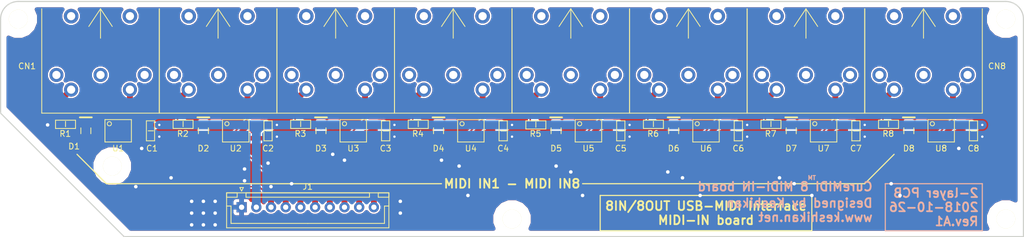
<source format=kicad_pcb>
(kicad_pcb (version 20171130) (host pcbnew 5.1.2-f72e74a~84~ubuntu18.04.1)
  (layers (0 F.Cu signal) (31 B.Cu signal) (34 B.Paste user) (35 F.Paste user) (36 B.SilkS user) (37 F.SilkS user) (38 B.Mask user) (39 F.Mask user) (44 Edge.Cuts user))
  (net 0 "")
  (net 1 "Net-(CN1-Pad4)")
  (net 2 "Net-(CN1-Pad5)")
  (net 3 "Net-(CN2-Pad4)")
  (net 4 "Net-(CN2-Pad5)")
  (net 5 "Net-(CN3-Pad4)")
  (net 6 "Net-(CN3-Pad5)")
  (net 7 "Net-(CN4-Pad4)")
  (net 8 "Net-(CN4-Pad5)")
  (net 9 "Net-(D2-Pad1)")
  (net 10 "Net-(D3-Pad1)")
  (net 11 IN_GND)
  (net 12 IN_3V3)
  (net 13 "Net-(CN5-Pad4)")
  (net 14 "Net-(CN5-Pad5)")
  (net 15 "Net-(CN6-Pad5)")
  (net 16 "Net-(CN6-Pad4)")
  (net 17 "Net-(CN7-Pad4)")
  (net 18 "Net-(CN7-Pad5)")
  (net 19 "Net-(CN8-Pad4)")
  (net 20 "Net-(CN8-Pad5)")
  (net 21 "Net-(D1-Pad1)")
  (net 22 "Net-(D4-Pad1)")
  (net 23 "Net-(D5-Pad1)")
  (net 24 "Net-(D6-Pad1)")
  (net 25 "Net-(D7-Pad1)")
  (net 26 "Net-(D8-Pad1)")
  (net 27 IN_1)
  (net 28 IN_2)
  (net 29 IN_3)
  (net 30 IN_4)
  (net 31 IN_5)
  (net 32 IN_6)
  (net 33 IN_7)
  (net 34 IN_8)
  (module Connectors_JST:JST_XH_B10B-XH-A_10x2.50mm_Straight (layer F.Cu) (at 86 72)
    (fp_text reference J1 (at 11.25 -3.5) (layer F.SilkS))
    (fp_text value Conn_01x10)
    (pad 1 thru_hole rect (at 0 0) (size 1.75 1.75) (drill 0.9) (layers *.Cu *.Mask) (net 11 IN_GND))
    (pad 2 thru_hole circle (at 2.5 0) (size 1.75 1.75) (drill 0.9) (layers *.Cu *.Mask) (net 12 IN_3V3))
    (pad 3 thru_hole circle (at 5 0) (size 1.75 1.75) (drill 0.9) (layers *.Cu *.Mask) (net 27 IN_1))
    (pad 4 thru_hole circle (at 7.5 0) (size 1.75 1.75) (drill 0.9) (layers *.Cu *.Mask) (net 28 IN_2))
    (pad 5 thru_hole circle (at 10 0) (size 1.75 1.75) (drill 0.9) (layers *.Cu *.Mask) (net 29 IN_3))
    (pad 6 thru_hole circle (at 12.5 0) (size 1.75 1.75) (drill 0.9) (layers *.Cu *.Mask) (net 30 IN_4))
    (pad 7 thru_hole circle (at 15 0) (size 1.75 1.75) (drill 0.9) (layers *.Cu *.Mask) (net 31 IN_5))
    (pad 8 thru_hole circle (at 17.5 0) (size 1.75 1.75) (drill 0.9) (layers *.Cu *.Mask) (net 32 IN_6))
    (pad 9 thru_hole circle (at 20 0) (size 1.75 1.75) (drill 0.9) (layers *.Cu *.Mask) (net 33 IN_7))
    (pad 10 thru_hole circle (at 22.5 0) (size 1.75 1.75) (drill 0.9) (layers *.Cu *.Mask) (net 34 IN_8))
  )
  (module keshikan:Mechanical_M3 (layer F.Cu) (at 132 74)
    (fp_text reference REF** hide)
    (fp_text value M3 hide)
    (pad "" np_thru_hole circle (at 0 0) (size 3.2 3.2) (drill 3.2) (layers *.Cu *.Mask F.SilkS) (clearance 1.6))
  )
  (module keshikan:Mechanical_M3 (layer F.Cu) (at 64 65)
    (fp_text reference REF** hide)
    (fp_text value M3 hide)
    (pad "" np_thru_hole circle (at 0 0) (size 3.2 3.2) (drill 3.2) (layers *.Cu *.Mask F.SilkS) (clearance 1.6))
  )
  (module keshikan:Mechanical_M3 (layer F.Cu) (at 48 40)
    (fp_text reference REF** hide)
    (fp_text value M3 hide)
    (pad "" np_thru_hole circle (at 0 0) (size 3.2 3.2) (drill 3.2) (layers *.Cu *.Mask F.SilkS) (clearance 1.6))
  )
  (module keshikan:Mechanical_M3 (layer F.Cu) (at 216 74)
    (fp_text reference REF** hide)
    (fp_text value M3 hide)
    (pad "" np_thru_hole circle (at 0 0) (size 3.2 3.2) (drill 3.2) (layers *.Cu *.Mask F.SilkS) (clearance 1.6))
  )
  (module keshikan:DIN_5P_MIDI (layer F.Cu) (at 142 37)
    (fp_text reference CN5 hide)
    (fp_text value DIN_5)
    (pad 5 thru_hole circle (at 5 15 90) (size 2.4 2.4) (drill 1.4) (layers *.Cu *.Mask) (net 14 "Net-(CN5-Pad5)"))
    (pad 4 thru_hole circle (at -5 15 90) (size 2.4 2.4) (drill 1.4) (layers *.Cu *.Mask) (net 13 "Net-(CN5-Pad4)"))
    (pad 1 thru_hole circle (at -7.5 12.5 90) (size 2.4 2.4) (drill 1.4) (layers *.Cu *.Mask))
    (pad 3 thru_hole circle (at 7.5 12.5 90) (size 2.4 2.4) (drill 1.4) (layers *.Cu *.Mask))
    (pad 2 thru_hole circle (at 0 12.5 90) (size 2.4 2.4) (drill 1.4) (layers *.Cu *.Mask))
    (pad E thru_hole circle (at -5 2.5 90) (size 2.5 2.5) (drill 1.4) (layers *.Cu *.Mask))
    (pad E thru_hole circle (at 5 2.5 90) (size 2.5 2.5) (drill 1.4) (layers *.Cu *.Mask))
  )
  (module "keshikan:SMD_0603(1608)" (layer F.Cu) (at 70.5 59 270)
    (fp_text reference C1 (at 3 -0.25) (layer F.SilkS))
    (fp_text value 0.1μF)
    (pad 2 smd rect (at 0.95 0 270) (size 0.9 0.9) (layers F.Cu F.Paste F.Mask) (net 11 IN_GND))
    (pad 1 smd rect (at -0.95 0 270) (size 0.9 0.9) (layers F.Cu F.Paste F.Mask) (net 12 IN_3V3))
  )
  (module "keshikan:SMD_0603(1608)" (layer F.Cu) (at 90.5 59 270)
    (fp_text reference C2 (at 3 0) (layer F.SilkS))
    (fp_text value 0.1μF)
    (pad 2 smd rect (at 0.95 0 270) (size 0.9 0.9) (layers F.Cu F.Paste F.Mask) (net 11 IN_GND))
    (pad 1 smd rect (at -0.95 0 270) (size 0.9 0.9) (layers F.Cu F.Paste F.Mask) (net 12 IN_3V3))
  )
  (module "keshikan:SMD_0603(1608)" (layer F.Cu) (at 110.5 59 270)
    (fp_text reference C3 (at 3 0) (layer F.SilkS))
    (fp_text value 0.1μF)
    (pad 1 smd rect (at -0.95 0 270) (size 0.9 0.9) (layers F.Cu F.Paste F.Mask) (net 12 IN_3V3))
    (pad 2 smd rect (at 0.95 0 270) (size 0.9 0.9) (layers F.Cu F.Paste F.Mask) (net 11 IN_GND))
  )
  (module "keshikan:SMD_0603(1608)" (layer F.Cu) (at 130.5 59 270)
    (fp_text reference C4 (at 3 0) (layer F.SilkS))
    (fp_text value 0.1μF)
    (pad 2 smd rect (at 0.95 0 270) (size 0.9 0.9) (layers F.Cu F.Paste F.Mask) (net 11 IN_GND))
    (pad 1 smd rect (at -0.95 0 270) (size 0.9 0.9) (layers F.Cu F.Paste F.Mask) (net 12 IN_3V3))
  )
  (module "keshikan:SMD_0603(1608)" (layer F.Cu) (at 150.5 59 270)
    (fp_text reference C5 (at 3 0) (layer F.SilkS))
    (fp_text value 0.1μF)
    (pad 1 smd rect (at -0.95 0 270) (size 0.9 0.9) (layers F.Cu F.Paste F.Mask) (net 12 IN_3V3))
    (pad 2 smd rect (at 0.95 0 270) (size 0.9 0.9) (layers F.Cu F.Paste F.Mask) (net 11 IN_GND))
  )
  (module "keshikan:SMD_0603(1608)" (layer F.Cu) (at 170.5 59 270)
    (fp_text reference C6 (at 3 0) (layer F.SilkS))
    (fp_text value 0.1μF)
    (pad 2 smd rect (at 0.95 0 270) (size 0.9 0.9) (layers F.Cu F.Paste F.Mask) (net 11 IN_GND))
    (pad 1 smd rect (at -0.95 0 270) (size 0.9 0.9) (layers F.Cu F.Paste F.Mask) (net 12 IN_3V3))
  )
  (module "keshikan:SMD_0603(1608)" (layer F.Cu) (at 190.5 59 270)
    (fp_text reference C7 (at 3 0) (layer F.SilkS))
    (fp_text value 0.1μF)
    (pad 2 smd rect (at 0.95 0 270) (size 0.9 0.9) (layers F.Cu F.Paste F.Mask) (net 11 IN_GND))
    (pad 1 smd rect (at -0.95 0 270) (size 0.9 0.9) (layers F.Cu F.Paste F.Mask) (net 12 IN_3V3))
  )
  (module "keshikan:SMD_0603(1608)" (layer F.Cu) (at 210.5 59 270)
    (fp_text reference C8 (at 3 0) (layer F.SilkS))
    (fp_text value 0.1μF)
    (pad 2 smd rect (at 0.95 0 270) (size 0.9 0.9) (layers F.Cu F.Paste F.Mask) (net 11 IN_GND))
    (pad 1 smd rect (at -0.95 0 270) (size 0.9 0.9) (layers F.Cu F.Paste F.Mask) (net 12 IN_3V3))
  )
  (module keshikan:DIN_5P_MIDI (layer F.Cu) (at 62 37)
    (fp_text reference CN1 (at -12.5 11) (layer F.SilkS))
    (fp_text value DIN_5)
    (pad 5 thru_hole circle (at 5 15 90) (size 2.4 2.4) (drill 1.4) (layers *.Cu *.Mask) (net 2 "Net-(CN1-Pad5)"))
    (pad 4 thru_hole circle (at -5 15 90) (size 2.4 2.4) (drill 1.4) (layers *.Cu *.Mask) (net 1 "Net-(CN1-Pad4)"))
    (pad 1 thru_hole circle (at -7.5 12.5 90) (size 2.4 2.4) (drill 1.4) (layers *.Cu *.Mask))
    (pad 3 thru_hole circle (at 7.5 12.5 90) (size 2.4 2.4) (drill 1.4) (layers *.Cu *.Mask))
    (pad 2 thru_hole circle (at 0 12.5 90) (size 2.4 2.4) (drill 1.4) (layers *.Cu *.Mask))
    (pad E thru_hole circle (at -5 2.5 90) (size 2.5 2.5) (drill 1.4) (layers *.Cu *.Mask))
    (pad E thru_hole circle (at 5 2.5 90) (size 2.5 2.5) (drill 1.4) (layers *.Cu *.Mask))
  )
  (module keshikan:DIN_5P_MIDI (layer F.Cu) (at 82 37)
    (fp_text reference CN2 hide)
    (fp_text value DIN_5)
    (pad 5 thru_hole circle (at 5 15 90) (size 2.4 2.4) (drill 1.4) (layers *.Cu *.Mask) (net 4 "Net-(CN2-Pad5)"))
    (pad 4 thru_hole circle (at -5 15 90) (size 2.4 2.4) (drill 1.4) (layers *.Cu *.Mask) (net 3 "Net-(CN2-Pad4)"))
    (pad 1 thru_hole circle (at -7.5 12.5 90) (size 2.4 2.4) (drill 1.4) (layers *.Cu *.Mask))
    (pad 3 thru_hole circle (at 7.5 12.5 90) (size 2.4 2.4) (drill 1.4) (layers *.Cu *.Mask))
    (pad 2 thru_hole circle (at 0 12.5 90) (size 2.4 2.4) (drill 1.4) (layers *.Cu *.Mask))
    (pad E thru_hole circle (at -5 2.5 90) (size 2.5 2.5) (drill 1.4) (layers *.Cu *.Mask))
    (pad E thru_hole circle (at 5 2.5 90) (size 2.5 2.5) (drill 1.4) (layers *.Cu *.Mask))
  )
  (module keshikan:DIN_5P_MIDI (layer F.Cu) (at 102 37)
    (fp_text reference CN3 hide)
    (fp_text value DIN_5)
    (pad E thru_hole circle (at 5 2.5 90) (size 2.5 2.5) (drill 1.4) (layers *.Cu *.Mask))
    (pad E thru_hole circle (at -5 2.5 90) (size 2.5 2.5) (drill 1.4) (layers *.Cu *.Mask))
    (pad 2 thru_hole circle (at 0 12.5 90) (size 2.4 2.4) (drill 1.4) (layers *.Cu *.Mask))
    (pad 3 thru_hole circle (at 7.5 12.5 90) (size 2.4 2.4) (drill 1.4) (layers *.Cu *.Mask))
    (pad 1 thru_hole circle (at -7.5 12.5 90) (size 2.4 2.4) (drill 1.4) (layers *.Cu *.Mask))
    (pad 4 thru_hole circle (at -5 15 90) (size 2.4 2.4) (drill 1.4) (layers *.Cu *.Mask) (net 5 "Net-(CN3-Pad4)"))
    (pad 5 thru_hole circle (at 5 15 90) (size 2.4 2.4) (drill 1.4) (layers *.Cu *.Mask) (net 6 "Net-(CN3-Pad5)"))
  )
  (module keshikan:DIN_5P_MIDI (layer F.Cu) (at 122 37)
    (fp_text reference CN4 hide)
    (fp_text value DIN_5)
    (pad 5 thru_hole circle (at 5 15 90) (size 2.4 2.4) (drill 1.4) (layers *.Cu *.Mask) (net 8 "Net-(CN4-Pad5)"))
    (pad 4 thru_hole circle (at -5 15 90) (size 2.4 2.4) (drill 1.4) (layers *.Cu *.Mask) (net 7 "Net-(CN4-Pad4)"))
    (pad 1 thru_hole circle (at -7.5 12.5 90) (size 2.4 2.4) (drill 1.4) (layers *.Cu *.Mask))
    (pad 3 thru_hole circle (at 7.5 12.5 90) (size 2.4 2.4) (drill 1.4) (layers *.Cu *.Mask))
    (pad 2 thru_hole circle (at 0 12.5 90) (size 2.4 2.4) (drill 1.4) (layers *.Cu *.Mask))
    (pad E thru_hole circle (at -5 2.5 90) (size 2.5 2.5) (drill 1.4) (layers *.Cu *.Mask))
    (pad E thru_hole circle (at 5 2.5 90) (size 2.5 2.5) (drill 1.4) (layers *.Cu *.Mask))
  )
  (module keshikan:DIN_5P_MIDI (layer F.Cu) (at 162 37)
    (fp_text reference CN6 hide)
    (fp_text value DIN_5)
    (pad 5 thru_hole circle (at 5 15 90) (size 2.4 2.4) (drill 1.4) (layers *.Cu *.Mask) (net 15 "Net-(CN6-Pad5)"))
    (pad 4 thru_hole circle (at -5 15 90) (size 2.4 2.4) (drill 1.4) (layers *.Cu *.Mask) (net 16 "Net-(CN6-Pad4)"))
    (pad 1 thru_hole circle (at -7.5 12.5 90) (size 2.4 2.4) (drill 1.4) (layers *.Cu *.Mask))
    (pad 3 thru_hole circle (at 7.5 12.5 90) (size 2.4 2.4) (drill 1.4) (layers *.Cu *.Mask))
    (pad 2 thru_hole circle (at 0 12.5 90) (size 2.4 2.4) (drill 1.4) (layers *.Cu *.Mask))
    (pad E thru_hole circle (at -5 2.5 90) (size 2.5 2.5) (drill 1.4) (layers *.Cu *.Mask))
    (pad E thru_hole circle (at 5 2.5 90) (size 2.5 2.5) (drill 1.4) (layers *.Cu *.Mask))
  )
  (module keshikan:DIN_5P_MIDI (layer F.Cu) (at 182 37)
    (fp_text reference CN7 hide)
    (fp_text value DIN_5)
    (pad E thru_hole circle (at 5 2.5 90) (size 2.5 2.5) (drill 1.4) (layers *.Cu *.Mask))
    (pad E thru_hole circle (at -5 2.5 90) (size 2.5 2.5) (drill 1.4) (layers *.Cu *.Mask))
    (pad 2 thru_hole circle (at 0 12.5 90) (size 2.4 2.4) (drill 1.4) (layers *.Cu *.Mask))
    (pad 3 thru_hole circle (at 7.5 12.5 90) (size 2.4 2.4) (drill 1.4) (layers *.Cu *.Mask))
    (pad 1 thru_hole circle (at -7.5 12.5 90) (size 2.4 2.4) (drill 1.4) (layers *.Cu *.Mask))
    (pad 4 thru_hole circle (at -5 15 90) (size 2.4 2.4) (drill 1.4) (layers *.Cu *.Mask) (net 17 "Net-(CN7-Pad4)"))
    (pad 5 thru_hole circle (at 5 15 90) (size 2.4 2.4) (drill 1.4) (layers *.Cu *.Mask) (net 18 "Net-(CN7-Pad5)"))
  )
  (module keshikan:DIN_5P_MIDI (layer F.Cu) (at 202 37)
    (fp_text reference CN8 (at 12.5 11) (layer F.SilkS))
    (fp_text value DIN_5)
    (pad E thru_hole circle (at 5 2.5 90) (size 2.5 2.5) (drill 1.4) (layers *.Cu *.Mask))
    (pad E thru_hole circle (at -5 2.5 90) (size 2.5 2.5) (drill 1.4) (layers *.Cu *.Mask))
    (pad 2 thru_hole circle (at 0 12.5 90) (size 2.4 2.4) (drill 1.4) (layers *.Cu *.Mask))
    (pad 3 thru_hole circle (at 7.5 12.5 90) (size 2.4 2.4) (drill 1.4) (layers *.Cu *.Mask))
    (pad 1 thru_hole circle (at -7.5 12.5 90) (size 2.4 2.4) (drill 1.4) (layers *.Cu *.Mask))
    (pad 4 thru_hole circle (at -5 15 90) (size 2.4 2.4) (drill 1.4) (layers *.Cu *.Mask) (net 19 "Net-(CN8-Pad4)"))
    (pad 5 thru_hole circle (at 5 15 90) (size 2.4 2.4) (drill 1.4) (layers *.Cu *.Mask) (net 20 "Net-(CN8-Pad5)"))
  )
  (module "keshikan:SMD_0805(2012)_polar" (layer F.Cu) (at 59.5 59 270)
    (fp_text reference D1 (at 2.65 2) (layer F.SilkS))
    (fp_text value D_Small)
    (pad 2 smd rect (at 1.1 0 270) (size 1.2 1.25) (layers F.Cu F.Paste F.Mask) (net 2 "Net-(CN1-Pad5)"))
    (pad 1 smd rect (at -1.1 0 270) (size 1.2 1.25) (layers F.Cu F.Paste F.Mask) (net 21 "Net-(D1-Pad1)"))
  )
  (module "keshikan:SMD_0805(2012)_polar" (layer F.Cu) (at 79.5 59 270)
    (fp_text reference D2 (at 3 0) (layer F.SilkS))
    (fp_text value D_Small)
    (pad 1 smd rect (at -1.1 0 270) (size 1.2 1.25) (layers F.Cu F.Paste F.Mask) (net 9 "Net-(D2-Pad1)"))
    (pad 2 smd rect (at 1.1 0 270) (size 1.2 1.25) (layers F.Cu F.Paste F.Mask) (net 4 "Net-(CN2-Pad5)"))
  )
  (module "keshikan:SMD_0805(2012)_polar" (layer F.Cu) (at 99.5 59 270)
    (fp_text reference D3 (at 3 0) (layer F.SilkS))
    (fp_text value D_Small)
    (pad 2 smd rect (at 1.1 0 270) (size 1.2 1.25) (layers F.Cu F.Paste F.Mask) (net 6 "Net-(CN3-Pad5)"))
    (pad 1 smd rect (at -1.1 0 270) (size 1.2 1.25) (layers F.Cu F.Paste F.Mask) (net 10 "Net-(D3-Pad1)"))
  )
  (module "keshikan:SMD_0805(2012)_polar" (layer F.Cu) (at 119.5 59 270)
    (fp_text reference D4 (at 3 0) (layer F.SilkS))
    (fp_text value D_Small)
    (pad 1 smd rect (at -1.1 0 270) (size 1.2 1.25) (layers F.Cu F.Paste F.Mask) (net 22 "Net-(D4-Pad1)"))
    (pad 2 smd rect (at 1.1 0 270) (size 1.2 1.25) (layers F.Cu F.Paste F.Mask) (net 8 "Net-(CN4-Pad5)"))
  )
  (module "keshikan:SMD_0805(2012)_polar" (layer F.Cu) (at 139.5 59 270)
    (fp_text reference D5 (at 3 0) (layer F.SilkS))
    (fp_text value D_Small)
    (pad 2 smd rect (at 1.1 0 270) (size 1.2 1.25) (layers F.Cu F.Paste F.Mask) (net 14 "Net-(CN5-Pad5)"))
    (pad 1 smd rect (at -1.1 0 270) (size 1.2 1.25) (layers F.Cu F.Paste F.Mask) (net 23 "Net-(D5-Pad1)"))
  )
  (module "keshikan:SMD_0805(2012)_polar" (layer F.Cu) (at 159.5 59 270)
    (fp_text reference D6 (at 3 0) (layer F.SilkS))
    (fp_text value D_Small)
    (pad 1 smd rect (at -1.1 0 270) (size 1.2 1.25) (layers F.Cu F.Paste F.Mask) (net 24 "Net-(D6-Pad1)"))
    (pad 2 smd rect (at 1.1 0 270) (size 1.2 1.25) (layers F.Cu F.Paste F.Mask) (net 15 "Net-(CN6-Pad5)"))
  )
  (module "keshikan:SMD_0805(2012)_polar" (layer F.Cu) (at 179.5 59 270)
    (fp_text reference D7 (at 3 0) (layer F.SilkS))
    (fp_text value D_Small)
    (pad 1 smd rect (at -1.1 0 270) (size 1.2 1.25) (layers F.Cu F.Paste F.Mask) (net 25 "Net-(D7-Pad1)"))
    (pad 2 smd rect (at 1.1 0 270) (size 1.2 1.25) (layers F.Cu F.Paste F.Mask) (net 18 "Net-(CN7-Pad5)"))
  )
  (module "keshikan:SMD_0805(2012)_polar" (layer F.Cu) (at 199.5 59 270)
    (fp_text reference D8 (at 3 0) (layer F.SilkS))
    (fp_text value D_Small)
    (pad 2 smd rect (at 1.1 0 270) (size 1.2 1.25) (layers F.Cu F.Paste F.Mask) (net 20 "Net-(CN8-Pad5)"))
    (pad 1 smd rect (at -1.1 0 270) (size 1.2 1.25) (layers F.Cu F.Paste F.Mask) (net 26 "Net-(D8-Pad1)"))
  )
  (module "keshikan:SMD_0603(1608)" (layer F.Cu) (at 56.05 57.9)
    (fp_text reference R1 (at -0.05 1.6 180) (layer F.SilkS))
    (fp_text value 220)
    (pad 1 smd rect (at -0.95 0) (size 0.9 0.9) (layers F.Cu F.Paste F.Mask) (net 1 "Net-(CN1-Pad4)"))
    (pad 2 smd rect (at 0.95 0) (size 0.9 0.9) (layers F.Cu F.Paste F.Mask) (net 21 "Net-(D1-Pad1)"))
  )
  (module "keshikan:SMD_0603(1608)" (layer F.Cu) (at 76.05 57.9)
    (fp_text reference R2 (at -0.05 1.6 180) (layer F.SilkS))
    (fp_text value 220)
    (pad 1 smd rect (at -0.95 0) (size 0.9 0.9) (layers F.Cu F.Paste F.Mask) (net 3 "Net-(CN2-Pad4)"))
    (pad 2 smd rect (at 0.95 0) (size 0.9 0.9) (layers F.Cu F.Paste F.Mask) (net 9 "Net-(D2-Pad1)"))
  )
  (module "keshikan:SMD_0603(1608)" (layer F.Cu) (at 96.05 57.9)
    (fp_text reference R3 (at -0.05 1.6 180) (layer F.SilkS))
    (fp_text value 220)
    (pad 2 smd rect (at 0.95 0) (size 0.9 0.9) (layers F.Cu F.Paste F.Mask) (net 10 "Net-(D3-Pad1)"))
    (pad 1 smd rect (at -0.95 0) (size 0.9 0.9) (layers F.Cu F.Paste F.Mask) (net 5 "Net-(CN3-Pad4)"))
  )
  (module "keshikan:SMD_0603(1608)" (layer F.Cu) (at 116.05 57.9)
    (fp_text reference R4 (at -0.05 1.6 180) (layer F.SilkS))
    (fp_text value 220)
    (pad 1 smd rect (at -0.95 0) (size 0.9 0.9) (layers F.Cu F.Paste F.Mask) (net 7 "Net-(CN4-Pad4)"))
    (pad 2 smd rect (at 0.95 0) (size 0.9 0.9) (layers F.Cu F.Paste F.Mask) (net 22 "Net-(D4-Pad1)"))
  )
  (module "keshikan:SMD_0603(1608)" (layer F.Cu) (at 136.05 58)
    (fp_text reference R5 (at -0.05 1.5 180) (layer F.SilkS))
    (fp_text value 220)
    (pad 2 smd rect (at 0.95 0) (size 0.9 0.9) (layers F.Cu F.Paste F.Mask) (net 23 "Net-(D5-Pad1)"))
    (pad 1 smd rect (at -0.95 0) (size 0.9 0.9) (layers F.Cu F.Paste F.Mask) (net 13 "Net-(CN5-Pad4)"))
  )
  (module "keshikan:SMD_0603(1608)" (layer F.Cu) (at 156.05 57.9)
    (fp_text reference R6 (at -0.05 1.6 180) (layer F.SilkS))
    (fp_text value 220)
    (pad 1 smd rect (at -0.95 0) (size 0.9 0.9) (layers F.Cu F.Paste F.Mask) (net 16 "Net-(CN6-Pad4)"))
    (pad 2 smd rect (at 0.95 0) (size 0.9 0.9) (layers F.Cu F.Paste F.Mask) (net 24 "Net-(D6-Pad1)"))
  )
  (module "keshikan:SMD_0603(1608)" (layer F.Cu) (at 176.05 57.9)
    (fp_text reference R7 (at -0.05 1.6 180) (layer F.SilkS))
    (fp_text value 220)
    (pad 1 smd rect (at -0.95 0) (size 0.9 0.9) (layers F.Cu F.Paste F.Mask) (net 17 "Net-(CN7-Pad4)"))
    (pad 2 smd rect (at 0.95 0) (size 0.9 0.9) (layers F.Cu F.Paste F.Mask) (net 25 "Net-(D7-Pad1)"))
  )
  (module "keshikan:SMD_0603(1608)" (layer F.Cu) (at 196.05 57.9)
    (fp_text reference R8 (at -0.05 1.6 180) (layer F.SilkS))
    (fp_text value 220)
    (pad 1 smd rect (at -0.95 0) (size 0.9 0.9) (layers F.Cu F.Paste F.Mask) (net 19 "Net-(CN8-Pad4)"))
    (pad 2 smd rect (at 0.95 0) (size 0.9 0.9) (layers F.Cu F.Paste F.Mask) (net 26 "Net-(D8-Pad1)"))
  )
  (module "keshikan:11-4L1S(TLP2361)" (layer F.Cu) (at 65 59 270)
    (fp_text reference U1 (at 3 0) (layer F.SilkS))
    (fp_text value TLP2361)
    (pad 1 smd rect (at -1.27 3.35 270) (size 0.8 1.6) (layers F.Cu F.Paste F.Mask) (net 21 "Net-(D1-Pad1)"))
    (pad 3 smd rect (at 1.27 3.35 270) (size 0.8 1.6) (layers F.Cu F.Paste F.Mask) (net 2 "Net-(CN1-Pad5)"))
    (pad 6 smd rect (at -1.27 -3.35 270) (size 0.8 1.6) (layers F.Cu F.Paste F.Mask) (net 12 IN_3V3))
    (pad 4 smd rect (at 1.27 -3.35 270) (size 0.8 1.6) (layers F.Cu F.Paste F.Mask) (net 11 IN_GND))
    (pad 5 smd rect (at 0 -3.35 270) (size 0.8 1.6) (layers F.Cu F.Paste F.Mask) (net 27 IN_1))
  )
  (module "keshikan:11-4L1S(TLP2361)" (layer F.Cu) (at 85 59 270)
    (fp_text reference U2 (at 3 0) (layer F.SilkS))
    (fp_text value TLP2361)
    (pad 5 smd rect (at 0 -3.35 270) (size 0.8 1.6) (layers F.Cu F.Paste F.Mask) (net 28 IN_2))
    (pad 4 smd rect (at 1.27 -3.35 270) (size 0.8 1.6) (layers F.Cu F.Paste F.Mask) (net 11 IN_GND))
    (pad 6 smd rect (at -1.27 -3.35 270) (size 0.8 1.6) (layers F.Cu F.Paste F.Mask) (net 12 IN_3V3))
    (pad 3 smd rect (at 1.27 3.35 270) (size 0.8 1.6) (layers F.Cu F.Paste F.Mask) (net 4 "Net-(CN2-Pad5)"))
    (pad 1 smd rect (at -1.27 3.35 270) (size 0.8 1.6) (layers F.Cu F.Paste F.Mask) (net 9 "Net-(D2-Pad1)"))
  )
  (module "keshikan:11-4L1S(TLP2361)" (layer F.Cu) (at 105 59 270)
    (fp_text reference U3 (at 3 0) (layer F.SilkS))
    (fp_text value TLP2361)
    (pad 1 smd rect (at -1.27 3.35 270) (size 0.8 1.6) (layers F.Cu F.Paste F.Mask) (net 10 "Net-(D3-Pad1)"))
    (pad 3 smd rect (at 1.27 3.35 270) (size 0.8 1.6) (layers F.Cu F.Paste F.Mask) (net 6 "Net-(CN3-Pad5)"))
    (pad 6 smd rect (at -1.27 -3.35 270) (size 0.8 1.6) (layers F.Cu F.Paste F.Mask) (net 12 IN_3V3))
    (pad 4 smd rect (at 1.27 -3.35 270) (size 0.8 1.6) (layers F.Cu F.Paste F.Mask) (net 11 IN_GND))
    (pad 5 smd rect (at 0 -3.35 270) (size 0.8 1.6) (layers F.Cu F.Paste F.Mask) (net 29 IN_3))
  )
  (module "keshikan:11-4L1S(TLP2361)" (layer F.Cu) (at 125 59 270)
    (fp_text reference U4 (at 3 0) (layer F.SilkS))
    (fp_text value TLP2361)
    (pad 5 smd rect (at 0 -3.35 270) (size 0.8 1.6) (layers F.Cu F.Paste F.Mask) (net 30 IN_4))
    (pad 4 smd rect (at 1.27 -3.35 270) (size 0.8 1.6) (layers F.Cu F.Paste F.Mask) (net 11 IN_GND))
    (pad 6 smd rect (at -1.27 -3.35 270) (size 0.8 1.6) (layers F.Cu F.Paste F.Mask) (net 12 IN_3V3))
    (pad 3 smd rect (at 1.27 3.35 270) (size 0.8 1.6) (layers F.Cu F.Paste F.Mask) (net 8 "Net-(CN4-Pad5)"))
    (pad 1 smd rect (at -1.27 3.35 270) (size 0.8 1.6) (layers F.Cu F.Paste F.Mask) (net 22 "Net-(D4-Pad1)"))
  )
  (module "keshikan:11-4L1S(TLP2361)" (layer F.Cu) (at 145 59 270)
    (fp_text reference U5 (at 3 0) (layer F.SilkS))
    (fp_text value TLP2361)
    (pad 1 smd rect (at -1.27 3.35 270) (size 0.8 1.6) (layers F.Cu F.Paste F.Mask) (net 23 "Net-(D5-Pad1)"))
    (pad 3 smd rect (at 1.27 3.35 270) (size 0.8 1.6) (layers F.Cu F.Paste F.Mask) (net 14 "Net-(CN5-Pad5)"))
    (pad 6 smd rect (at -1.27 -3.35 270) (size 0.8 1.6) (layers F.Cu F.Paste F.Mask) (net 12 IN_3V3))
    (pad 4 smd rect (at 1.27 -3.35 270) (size 0.8 1.6) (layers F.Cu F.Paste F.Mask) (net 11 IN_GND))
    (pad 5 smd rect (at 0 -3.35 270) (size 0.8 1.6) (layers F.Cu F.Paste F.Mask) (net 31 IN_5))
  )
  (module "keshikan:11-4L1S(TLP2361)" (layer F.Cu) (at 165 59 270)
    (fp_text reference U6 (at 3 0) (layer F.SilkS))
    (fp_text value TLP2361)
    (pad 5 smd rect (at 0 -3.35 270) (size 0.8 1.6) (layers F.Cu F.Paste F.Mask) (net 32 IN_6))
    (pad 4 smd rect (at 1.27 -3.35 270) (size 0.8 1.6) (layers F.Cu F.Paste F.Mask) (net 11 IN_GND))
    (pad 6 smd rect (at -1.27 -3.35 270) (size 0.8 1.6) (layers F.Cu F.Paste F.Mask) (net 12 IN_3V3))
    (pad 3 smd rect (at 1.27 3.35 270) (size 0.8 1.6) (layers F.Cu F.Paste F.Mask) (net 15 "Net-(CN6-Pad5)"))
    (pad 1 smd rect (at -1.27 3.35 270) (size 0.8 1.6) (layers F.Cu F.Paste F.Mask) (net 24 "Net-(D6-Pad1)"))
  )
  (module "keshikan:11-4L1S(TLP2361)" (layer F.Cu) (at 185 59 270)
    (fp_text reference U7 (at 3 0) (layer F.SilkS))
    (fp_text value TLP2361)
    (pad 5 smd rect (at 0 -3.35 270) (size 0.8 1.6) (layers F.Cu F.Paste F.Mask) (net 33 IN_7))
    (pad 4 smd rect (at 1.27 -3.35 270) (size 0.8 1.6) (layers F.Cu F.Paste F.Mask) (net 11 IN_GND))
    (pad 6 smd rect (at -1.27 -3.35 270) (size 0.8 1.6) (layers F.Cu F.Paste F.Mask) (net 12 IN_3V3))
    (pad 3 smd rect (at 1.27 3.35 270) (size 0.8 1.6) (layers F.Cu F.Paste F.Mask) (net 18 "Net-(CN7-Pad5)"))
    (pad 1 smd rect (at -1.27 3.35 270) (size 0.8 1.6) (layers F.Cu F.Paste F.Mask) (net 25 "Net-(D7-Pad1)"))
  )
  (module "keshikan:11-4L1S(TLP2361)" (layer F.Cu) (at 205 59 270)
    (fp_text reference U8 (at 3 0) (layer F.SilkS))
    (fp_text value TLP2361)
    (pad 1 smd rect (at -1.27 3.35 270) (size 0.8 1.6) (layers F.Cu F.Paste F.Mask) (net 26 "Net-(D8-Pad1)"))
    (pad 3 smd rect (at 1.27 3.35 270) (size 0.8 1.6) (layers F.Cu F.Paste F.Mask) (net 20 "Net-(CN8-Pad5)"))
    (pad 6 smd rect (at -1.27 -3.35 270) (size 0.8 1.6) (layers F.Cu F.Paste F.Mask) (net 12 IN_3V3))
    (pad 4 smd rect (at 1.27 -3.35 270) (size 0.8 1.6) (layers F.Cu F.Paste F.Mask) (net 11 IN_GND))
    (pad 5 smd rect (at 0 -3.35 270) (size 0.8 1.6) (layers F.Cu F.Paste F.Mask) (net 34 IN_8))
  )
  (module keshikan:Mechanical_M3 (layer F.Cu) (at 216 40)
    (fp_text reference REF** hide)
    (fp_text value M3 hide)
    (pad "" np_thru_hole circle (at 0 0) (size 3.2 3.2) (drill 3.2) (layers *.Cu *.Mask F.SilkS) (clearance 1.6))
  )
  (gr_line (start 63 68) (end 58 63) (layer F.SilkS) (width 0.2))
  (gr_line (start 64 68) (end 63 68) (layer F.SilkS) (width 0.2))
  (gr_line (start 120 68) (end 64 68) (layer F.SilkS) (width 0.2))
  (gr_line (start 192 68) (end 197 63) (layer F.SilkS) (width 0.2))
  (gr_line (start 144 68) (end 192 68) (layer F.SilkS) (width 0.2))
  (gr_text "MIDI IN1 - MIDI IN8" (at 132 68) (layer F.SilkS) (effects (font (size 1.5 1.5) (thickness 0.3))))
  (gr_text TM (at 183 67) (layer B.SilkS) (effects (font (size 0.7 0.7) (thickness 0.175)) (justify mirror)))
  (gr_text "CureMIDI 8 MIDI-IN board" (at 193.5 68.498174) (layer B.SilkS) (effects (font (size 1.5 1.5) (thickness 0.3)) (justify left mirror)))
  (gr_text "Designed by Keshikan\nwww.keshikan.net" (at 193.5 72.5) (layer B.SilkS) (effects (font (size 1.5 1.5) (thickness 0.3)) (justify left mirror)))
  (gr_text "2-layer PCB\n2018-10-26\nRev.A1" (at 211.5 72) (layer B.SilkS) (effects (font (size 1.5 1.5) (thickness 0.3)) (justify left mirror)))
  (gr_line (start 195.5 68) (end 212 68) (layer B.SilkS) (width 0.2))
  (gr_line (start 195.5 76) (end 195.5 68) (layer B.SilkS) (width 0.2))
  (gr_line (start 212 76) (end 195.5 76) (layer B.SilkS) (width 0.2))
  (gr_line (start 212 68) (end 212 76) (layer B.SilkS) (width 0.2))
  (gr_line (start 183 70) (end 147 70) (layer F.SilkS) (width 0.2))
  (gr_line (start 183 76) (end 183 70) (layer F.SilkS) (width 0.2))
  (gr_line (start 147 76) (end 183 76) (layer F.SilkS) (width 0.2))
  (gr_line (start 147 70) (end 147 76) (layer F.SilkS) (width 0.2))
  (gr_text "8IN/8OUT USB-MIDI Interface\nMIDI-IN board" (at 165 73) (layer F.SilkS) (effects (font (size 1.5 1.5) (thickness 0.3))))
  (gr_arc (start 48 40) (end 48 37) (angle -90) (layer Edge.Cuts) (width 0.2))
  (gr_arc (start 216 40) (end 219 40) (angle -90) (layer Edge.Cuts) (width 0.2))
  (gr_line (start 66 77) (end 45 56) (layer Edge.Cuts) (width 0.2))
  (gr_line (start 48 37) (end 216 37) (layer Edge.Cuts) (width 0.2))
  (gr_line (start 45 56) (end 45 40) (layer Edge.Cuts) (width 0.2))
  (gr_line (start 219 77) (end 66 77) (layer Edge.Cuts) (width 0.2))
  (gr_line (start 219 40) (end 219 77) (layer Edge.Cuts) (width 0.2))
  (segment (start 55.1 57.9) (end 55.1 53.9) (width 0.25) (layer F.Cu) (net 1))
  (segment (start 57 52) (end 56 53) (width 1) (layer F.Cu) (net 1))
  (segment (start 55.1 53.9) (end 56 53) (width 0.25) (layer F.Cu) (net 1))
  (segment (start 59.67 60.27) (end 59.5 60.1) (width 0.25) (layer F.Cu) (net 2))
  (segment (start 61.65 60.27) (end 59.67 60.27) (width 0.25) (layer F.Cu) (net 2))
  (segment (start 67 57) (end 67 53.697056) (width 0.25) (layer F.Cu) (net 2))
  (segment (start 61.65 60.27) (end 63.73 60.27) (width 0.25) (layer F.Cu) (net 2))
  (segment (start 63.73 60.27) (end 67 57) (width 0.25) (layer F.Cu) (net 2))
  (segment (start 67 52) (end 67 53.5) (width 1) (layer F.Cu) (net 2))
  (segment (start 67 53.697056) (end 67 53.5) (width 0.25) (layer F.Cu) (net 2))
  (segment (start 75.1 57.9) (end 75.1 53.9) (width 0.25) (layer F.Cu) (net 3))
  (segment (start 77 52) (end 76 53) (width 1) (layer F.Cu) (net 3))
  (segment (start 75.1 53.9) (end 76 53) (width 0.25) (layer F.Cu) (net 3))
  (segment (start 79.67 60.27) (end 79.5 60.1) (width 0.25) (layer F.Cu) (net 4))
  (segment (start 81.65 60.27) (end 79.67 60.27) (width 0.25) (layer F.Cu) (net 4))
  (segment (start 81.65 60.27) (end 83.73 60.27) (width 0.25) (layer F.Cu) (net 4))
  (segment (start 83.73 60.27) (end 87 57) (width 0.25) (layer F.Cu) (net 4))
  (segment (start 87 52) (end 87 53.5) (width 1) (layer F.Cu) (net 4))
  (segment (start 87 57) (end 87 53.5) (width 0.25) (layer F.Cu) (net 4))
  (segment (start 95.1 57.9) (end 95.1 53.9) (width 0.25) (layer F.Cu) (net 5))
  (segment (start 97 52) (end 96 53) (width 1) (layer F.Cu) (net 5))
  (segment (start 95.1 53.9) (end 96 53) (width 0.25) (layer F.Cu) (net 5))
  (segment (start 99.67 60.27) (end 99.5 60.1) (width 0.25) (layer F.Cu) (net 6))
  (segment (start 101.65 60.27) (end 99.67 60.27) (width 0.25) (layer F.Cu) (net 6))
  (segment (start 103.73 60.27) (end 101.65 60.27) (width 0.25) (layer F.Cu) (net 6))
  (segment (start 107 57) (end 103.73 60.27) (width 0.25) (layer F.Cu) (net 6))
  (segment (start 107 52) (end 107 53.5) (width 1) (layer F.Cu) (net 6))
  (segment (start 107 53.5) (end 107 57) (width 0.25) (layer F.Cu) (net 6))
  (segment (start 115.1 57.9) (end 115.1 53.9) (width 0.25) (layer F.Cu) (net 7))
  (segment (start 117 52) (end 116 53) (width 1) (layer F.Cu) (net 7))
  (segment (start 115.1 53.9) (end 116 53) (width 0.25) (layer F.Cu) (net 7))
  (segment (start 119.67 60.27) (end 119.5 60.1) (width 0.25) (layer F.Cu) (net 8))
  (segment (start 121.65 60.27) (end 119.67 60.27) (width 0.25) (layer F.Cu) (net 8))
  (segment (start 123.73 60.27) (end 121.65 60.27) (width 0.25) (layer F.Cu) (net 8))
  (segment (start 127 57) (end 123.73 60.27) (width 0.25) (layer F.Cu) (net 8))
  (segment (start 127 52) (end 127 53.5) (width 1) (layer F.Cu) (net 8))
  (segment (start 127 53.5) (end 127 57) (width 0.25) (layer F.Cu) (net 8))
  (segment (start 77 57.9) (end 79.5 57.9) (width 0.25) (layer F.Cu) (net 9))
  (segment (start 79.67 57.73) (end 79.5 57.9) (width 0.25) (layer F.Cu) (net 9))
  (segment (start 81.65 57.73) (end 79.67 57.73) (width 0.25) (layer F.Cu) (net 9))
  (segment (start 99.5 57.9) (end 97 57.9) (width 0.25) (layer F.Cu) (net 10))
  (segment (start 99.67 57.73) (end 99.5 57.9) (width 0.25) (layer F.Cu) (net 10))
  (segment (start 101.65 57.73) (end 99.67 57.73) (width 0.25) (layer F.Cu) (net 10))
  (segment (start 210.18 60.27) (end 210.5 59.95) (width 0.75) (layer F.Cu) (net 11))
  (segment (start 208.35 60.27) (end 210.18 60.27) (width 0.75) (layer F.Cu) (net 11))
  (segment (start 190.18 60.27) (end 190.5 59.95) (width 0.75) (layer F.Cu) (net 11))
  (segment (start 188.35 60.27) (end 190.18 60.27) (width 0.75) (layer F.Cu) (net 11))
  (segment (start 170.18 60.27) (end 170.5 59.95) (width 0.75) (layer F.Cu) (net 11))
  (segment (start 168.35 60.27) (end 170.18 60.27) (width 0.75) (layer F.Cu) (net 11))
  (segment (start 150.18 60.27) (end 150.5 59.95) (width 0.75) (layer F.Cu) (net 11))
  (segment (start 148.35 60.27) (end 150.18 60.27) (width 0.75) (layer F.Cu) (net 11))
  (segment (start 130.18 60.27) (end 130.5 59.95) (width 0.75) (layer F.Cu) (net 11))
  (segment (start 128.35 60.27) (end 130.18 60.27) (width 0.75) (layer F.Cu) (net 11))
  (segment (start 110.18 60.27) (end 110.5 59.95) (width 0.75) (layer F.Cu) (net 11))
  (segment (start 108.35 60.27) (end 110.18 60.27) (width 0.75) (layer F.Cu) (net 11))
  (segment (start 90.18 60.27) (end 90.5 59.95) (width 0.75) (layer F.Cu) (net 11))
  (segment (start 88.35 60.27) (end 90.18 60.27) (width 0.75) (layer F.Cu) (net 11))
  (segment (start 70.18 60.27) (end 70.5 59.95) (width 0.75) (layer F.Cu) (net 11))
  (segment (start 68.35 60.27) (end 70.18 60.27) (width 0.75) (layer F.Cu) (net 11))
  (via (at 72 60) (size 0.7) (drill 0.4) (layers F.Cu B.Cu) (net 11))
  (segment (start 70.5 59.95) (end 71.95 59.95) (width 0.75) (layer F.Cu) (net 11))
  (segment (start 71.95 59.95) (end 72 60) (width 0.75) (layer F.Cu) (net 11))
  (via (at 92 60) (size 0.7) (drill 0.4) (layers F.Cu B.Cu) (net 11))
  (segment (start 90.5 59.95) (end 91.95 59.95) (width 0.75) (layer F.Cu) (net 11))
  (segment (start 91.95 59.95) (end 92 60) (width 0.75) (layer F.Cu) (net 11))
  (via (at 112 60) (size 0.7) (drill 0.4) (layers F.Cu B.Cu) (net 11))
  (segment (start 110.5 59.95) (end 111.95 59.95) (width 0.75) (layer F.Cu) (net 11))
  (segment (start 111.95 59.95) (end 112 60) (width 0.75) (layer F.Cu) (net 11))
  (via (at 132 60) (size 0.7) (drill 0.4) (layers F.Cu B.Cu) (net 11))
  (segment (start 130.5 59.95) (end 131.95 59.95) (width 0.75) (layer F.Cu) (net 11))
  (segment (start 131.95 59.95) (end 132 60) (width 0.75) (layer F.Cu) (net 11))
  (via (at 152 60) (size 0.7) (drill 0.4) (layers F.Cu B.Cu) (net 11))
  (segment (start 150.5 59.95) (end 151.95 59.95) (width 0.75) (layer F.Cu) (net 11))
  (segment (start 151.95 59.95) (end 152 60) (width 0.75) (layer F.Cu) (net 11))
  (via (at 172 60) (size 0.7) (drill 0.4) (layers F.Cu B.Cu) (net 11))
  (segment (start 170.5 59.95) (end 171.95 59.95) (width 0.75) (layer F.Cu) (net 11))
  (segment (start 171.95 59.95) (end 172 60) (width 0.75) (layer F.Cu) (net 11))
  (via (at 192 60) (size 0.7) (drill 0.4) (layers F.Cu B.Cu) (net 11))
  (segment (start 190.5 59.95) (end 191.95 59.95) (width 0.75) (layer F.Cu) (net 11))
  (segment (start 191.95 59.95) (end 192 60) (width 0.75) (layer F.Cu) (net 11))
  (via (at 212 60) (size 0.7) (drill 0.4) (layers F.Cu B.Cu) (net 11))
  (segment (start 210.5 59.95) (end 211.95 59.95) (width 0.75) (layer F.Cu) (net 11))
  (segment (start 211.95 59.95) (end 212 60) (width 0.75) (layer F.Cu) (net 11))
  (via (at 69 62) (size 1) (drill 0.6) (layers F.Cu B.Cu) (net 11))
  (via (at 86.5 67.5) (size 1) (drill 0.6) (layers F.Cu B.Cu) (net 11))
  (via (at 86.5 65.5) (size 1) (drill 0.6) (layers F.Cu B.Cu) (net 11))
  (via (at 101.5 63) (size 1) (drill 0.6) (layers F.Cu B.Cu) (net 11))
  (via (at 123 65) (size 1) (drill 0.6) (layers F.Cu B.Cu) (net 11))
  (via (at 139.5 65) (size 1) (drill 0.6) (layers F.Cu B.Cu) (net 11))
  (via (at 142 66) (size 1) (drill 0.6) (layers F.Cu B.Cu) (net 11))
  (via (at 158.5 66) (size 1) (drill 0.6) (layers F.Cu B.Cu) (net 11))
  (via (at 161 67) (size 1) (drill 0.6) (layers F.Cu B.Cu) (net 11))
  (via (at 177.5 67) (size 1) (drill 0.6) (layers F.Cu B.Cu) (net 11))
  (via (at 180 68) (size 1) (drill 0.6) (layers F.Cu B.Cu) (net 11))
  (via (at 196.5 68) (size 1) (drill 0.6) (layers F.Cu B.Cu) (net 11))
  (via (at 81.5 71) (size 1) (drill 0.6) (layers F.Cu B.Cu) (net 11))
  (via (at 81.5 73) (size 1) (drill 0.6) (layers F.Cu B.Cu) (net 11))
  (via (at 113 71) (size 1) (drill 0.6) (layers F.Cu B.Cu) (net 11))
  (via (at 113 73) (size 1) (drill 0.6) (layers F.Cu B.Cu) (net 11))
  (via (at 198 70) (size 1) (drill 0.6) (layers F.Cu B.Cu) (net 11))
  (via (at 208 62) (size 1) (drill 0.6) (layers F.Cu B.Cu) (net 11))
  (via (at 183 70) (size 1) (drill 0.6) (layers F.Cu B.Cu) (net 11))
  (via (at 164 70) (size 1) (drill 0.6) (layers F.Cu B.Cu) (net 11))
  (via (at 144 70) (size 1) (drill 0.6) (layers F.Cu B.Cu) (net 11))
  (via (at 124.5 70) (size 1) (drill 0.6) (layers F.Cu B.Cu) (net 11))
  (via (at 53 58) (size 1) (drill 0.6) (layers F.Cu B.Cu) (net 11))
  (via (at 68 68.5) (size 1) (drill 0.6) (layers F.Cu B.Cu) (net 11))
  (via (at 74 67) (size 1) (drill 0.6) (layers F.Cu B.Cu) (net 11))
  (via (at 120 64) (size 1) (drill 0.6) (layers F.Cu B.Cu) (net 11))
  (via (at 103.5 64) (size 1) (drill 0.6) (layers F.Cu B.Cu) (net 11))
  (via (at 90.5 64.5) (size 1) (drill 0.6) (layers F.Cu B.Cu) (net 11))
  (via (at 94.5 68) (size 1) (drill 0.6) (layers F.Cu B.Cu) (net 11))
  (via (at 91 68.5) (size 1) (drill 0.6) (layers F.Cu B.Cu) (net 11))
  (via (at 79.5 71) (size 1) (drill 0.6) (layers F.Cu B.Cu) (net 11))
  (via (at 79.5 73) (size 1) (drill 0.6) (layers F.Cu B.Cu) (net 11))
  (via (at 77.5 71) (size 1) (drill 0.6) (layers F.Cu B.Cu) (net 11))
  (via (at 77.5 73) (size 1) (drill 0.6) (layers F.Cu B.Cu) (net 11))
  (via (at 79.5 75) (size 1) (drill 0.6) (layers F.Cu B.Cu) (net 11))
  (via (at 77.5 75) (size 1) (drill 0.6) (layers F.Cu B.Cu) (net 11))
  (via (at 81.5 75) (size 1) (drill 0.6) (layers F.Cu B.Cu) (net 11))
  (via (at 72 58) (size 0.7) (drill 0.4) (layers F.Cu B.Cu) (net 12))
  (via (at 212 58) (size 0.7) (drill 0.4) (layers F.Cu B.Cu) (net 12))
  (segment (start 100.5 58) (end 99.5 58) (width 1.5) (layer B.Cu) (net 12))
  (segment (start 100.5 58) (end 101.5 58) (width 1.5) (layer B.Cu) (net 12))
  (segment (start 210.55 58) (end 210.5 58.05) (width 0.75) (layer F.Cu) (net 12))
  (segment (start 212 58) (end 210.55 58) (width 0.75) (layer F.Cu) (net 12))
  (via (at 192 58) (size 0.7) (drill 0.4) (layers F.Cu B.Cu) (net 12))
  (segment (start 191.95 58.05) (end 192 58) (width 0.75) (layer F.Cu) (net 12))
  (segment (start 190.5 58.05) (end 191.95 58.05) (width 0.75) (layer F.Cu) (net 12))
  (segment (start 192 58) (end 212 58) (width 1.5) (layer B.Cu) (net 12))
  (via (at 172 58) (size 0.7) (drill 0.4) (layers F.Cu B.Cu) (net 12))
  (segment (start 171.95 58.05) (end 172 58) (width 0.75) (layer F.Cu) (net 12))
  (segment (start 170.5 58.05) (end 171.95 58.05) (width 0.75) (layer F.Cu) (net 12))
  (segment (start 172 58) (end 192 58) (width 1.5) (layer B.Cu) (net 12))
  (via (at 152 58) (size 0.7) (drill 0.4) (layers F.Cu B.Cu) (net 12))
  (segment (start 151.95 58.05) (end 152 58) (width 0.75) (layer F.Cu) (net 12))
  (segment (start 150.5 58.05) (end 151.95 58.05) (width 0.75) (layer F.Cu) (net 12))
  (segment (start 152 58) (end 172 58) (width 1.5) (layer B.Cu) (net 12))
  (via (at 132 58) (size 0.7) (drill 0.4) (layers F.Cu B.Cu) (net 12))
  (segment (start 131.95 58.05) (end 132 58) (width 0.75) (layer F.Cu) (net 12))
  (segment (start 130.5 58.05) (end 131.95 58.05) (width 0.75) (layer F.Cu) (net 12))
  (segment (start 132 58) (end 152 58) (width 1.5) (layer B.Cu) (net 12))
  (via (at 112 58) (size 0.7) (drill 0.4) (layers F.Cu B.Cu) (net 12))
  (segment (start 111.95 58.05) (end 112 58) (width 0.75) (layer F.Cu) (net 12))
  (segment (start 110.5 58.05) (end 111.95 58.05) (width 0.75) (layer F.Cu) (net 12))
  (segment (start 101.5 58) (end 112 58) (width 1.5) (layer B.Cu) (net 12))
  (segment (start 112 58) (end 132 58) (width 1.5) (layer B.Cu) (net 12))
  (via (at 92 58) (size 0.7) (drill 0.4) (layers F.Cu B.Cu) (net 12))
  (segment (start 91.95 58.05) (end 92 58) (width 0.75) (layer F.Cu) (net 12))
  (segment (start 90.5 58.05) (end 91.95 58.05) (width 0.75) (layer F.Cu) (net 12))
  (segment (start 99.5 58) (end 92 58) (width 1.5) (layer B.Cu) (net 12))
  (segment (start 71.95 58.05) (end 72 58) (width 0.75) (layer F.Cu) (net 12))
  (segment (start 70.5 58.05) (end 71.95 58.05) (width 0.75) (layer F.Cu) (net 12))
  (segment (start 210.18 57.73) (end 210.5 58.05) (width 0.75) (layer F.Cu) (net 12))
  (segment (start 208.35 57.73) (end 210.18 57.73) (width 0.75) (layer F.Cu) (net 12))
  (segment (start 190.18 57.73) (end 190.5 58.05) (width 0.75) (layer F.Cu) (net 12))
  (segment (start 188.35 57.73) (end 190.18 57.73) (width 0.75) (layer F.Cu) (net 12))
  (segment (start 170.18 57.73) (end 170.5 58.05) (width 0.75) (layer F.Cu) (net 12))
  (segment (start 168.35 57.73) (end 170.18 57.73) (width 0.75) (layer F.Cu) (net 12))
  (segment (start 150.18 57.73) (end 150.5 58.05) (width 0.75) (layer F.Cu) (net 12))
  (segment (start 148.35 57.73) (end 150.18 57.73) (width 0.75) (layer F.Cu) (net 12))
  (segment (start 130.18 57.73) (end 130.5 58.05) (width 0.75) (layer F.Cu) (net 12))
  (segment (start 128.35 57.73) (end 130.18 57.73) (width 0.75) (layer F.Cu) (net 12))
  (segment (start 110.18 57.73) (end 110.5 58.05) (width 0.75) (layer F.Cu) (net 12))
  (segment (start 108.35 57.73) (end 110.18 57.73) (width 0.75) (layer F.Cu) (net 12))
  (segment (start 90.18 57.73) (end 90.5 58.05) (width 0.75) (layer F.Cu) (net 12))
  (segment (start 88.35 57.73) (end 90.18 57.73) (width 0.75) (layer F.Cu) (net 12))
  (segment (start 70.18 57.73) (end 70.5 58.05) (width 0.75) (layer F.Cu) (net 12))
  (segment (start 68.35 57.73) (end 70.18 57.73) (width 0.75) (layer F.Cu) (net 12))
  (segment (start 84 58) (end 84.5 58) (width 1.5) (layer B.Cu) (net 12))
  (segment (start 85.5 58) (end 84 58) (width 1.5) (layer B.Cu) (net 12))
  (segment (start 84 58) (end 72 58) (width 1.5) (layer B.Cu) (net 12))
  (segment (start 86.5 58) (end 85.5 58) (width 1.5) (layer B.Cu) (net 12))
  (segment (start 88.5 58) (end 86.5 58) (width 1.5) (layer B.Cu) (net 12))
  (segment (start 87.5 58) (end 88.5 59) (width 1.5) (layer B.Cu) (net 12))
  (segment (start 86.5 58) (end 87.5 58) (width 1.5) (layer B.Cu) (net 12))
  (segment (start 88.5 72) (end 88.5 59) (width 1.5) (layer B.Cu) (net 12))
  (segment (start 88.5 59) (end 88.5 58) (width 1.5) (layer B.Cu) (net 12))
  (segment (start 89.5 58) (end 88.5 59) (width 1.5) (layer B.Cu) (net 12))
  (segment (start 90 58) (end 89.5 58) (width 1.5) (layer B.Cu) (net 12))
  (segment (start 92 58) (end 90 58) (width 1.5) (layer B.Cu) (net 12))
  (segment (start 90 58) (end 88.5 58) (width 1.5) (layer B.Cu) (net 12))
  (segment (start 135.1 58) (end 135.1 53.9) (width 0.25) (layer F.Cu) (net 13))
  (segment (start 137 52) (end 136 53) (width 1) (layer F.Cu) (net 13))
  (segment (start 135.1 53.9) (end 136 53) (width 0.25) (layer F.Cu) (net 13))
  (segment (start 139.67 60.27) (end 139.5 60.1) (width 0.25) (layer F.Cu) (net 14))
  (segment (start 141.65 60.27) (end 139.67 60.27) (width 0.25) (layer F.Cu) (net 14))
  (segment (start 143.73 60.27) (end 141.65 60.27) (width 0.25) (layer F.Cu) (net 14))
  (segment (start 147 57) (end 143.73 60.27) (width 0.25) (layer F.Cu) (net 14))
  (segment (start 147 52) (end 147 53.5) (width 1) (layer F.Cu) (net 14))
  (segment (start 147 53.5) (end 147 57) (width 0.25) (layer F.Cu) (net 14))
  (segment (start 159.67 60.27) (end 159.5 60.1) (width 0.25) (layer F.Cu) (net 15))
  (segment (start 161.65 60.27) (end 159.67 60.27) (width 0.25) (layer F.Cu) (net 15))
  (segment (start 163.73 60.27) (end 161.65 60.27) (width 0.25) (layer F.Cu) (net 15))
  (segment (start 167 57) (end 163.73 60.27) (width 0.25) (layer F.Cu) (net 15))
  (segment (start 167 52) (end 167 53.5) (width 1) (layer F.Cu) (net 15))
  (segment (start 167 53.5) (end 167 57) (width 0.25) (layer F.Cu) (net 15))
  (segment (start 155.1 57.9) (end 155.1 53.9) (width 0.25) (layer F.Cu) (net 16))
  (segment (start 157 52) (end 156 53) (width 1) (layer F.Cu) (net 16))
  (segment (start 155.1 53.9) (end 156 53) (width 0.25) (layer F.Cu) (net 16))
  (segment (start 175.1 57.9) (end 175.1 53.9) (width 0.25) (layer F.Cu) (net 17))
  (segment (start 177 52) (end 176 53) (width 1) (layer F.Cu) (net 17))
  (segment (start 175.1 53.9) (end 176 53) (width 0.25) (layer F.Cu) (net 17))
  (segment (start 179.67 60.27) (end 179.5 60.1) (width 0.25) (layer F.Cu) (net 18))
  (segment (start 181.65 60.27) (end 179.67 60.27) (width 0.25) (layer F.Cu) (net 18))
  (segment (start 183.73 60.27) (end 181.65 60.27) (width 0.25) (layer F.Cu) (net 18))
  (segment (start 187 57) (end 183.73 60.27) (width 0.25) (layer F.Cu) (net 18))
  (segment (start 187 52) (end 187 53.5) (width 1) (layer F.Cu) (net 18))
  (segment (start 187 53.5) (end 187 57) (width 0.25) (layer F.Cu) (net 18))
  (segment (start 195.1 57.9) (end 195.1 53.9) (width 0.25) (layer F.Cu) (net 19))
  (segment (start 197 52) (end 196 53) (width 1) (layer F.Cu) (net 19))
  (segment (start 195.1 53.9) (end 196 53) (width 0.25) (layer F.Cu) (net 19))
  (segment (start 199.67 60.27) (end 199.5 60.1) (width 0.25) (layer F.Cu) (net 20))
  (segment (start 201.65 60.27) (end 199.67 60.27) (width 0.25) (layer F.Cu) (net 20))
  (segment (start 203.73 60.27) (end 201.65 60.27) (width 0.25) (layer F.Cu) (net 20))
  (segment (start 207 57) (end 203.73 60.27) (width 0.25) (layer F.Cu) (net 20))
  (segment (start 207 52) (end 207 53.5) (width 1) (layer F.Cu) (net 20))
  (segment (start 207 53.5) (end 207 57) (width 0.25) (layer F.Cu) (net 20))
  (segment (start 59.67 57.73) (end 59.5 57.9) (width 0.25) (layer F.Cu) (net 21))
  (segment (start 61.65 57.73) (end 59.67 57.73) (width 0.25) (layer F.Cu) (net 21))
  (segment (start 59.5 57.9) (end 57 57.9) (width 0.25) (layer F.Cu) (net 21))
  (segment (start 117 57.9) (end 119.5 57.9) (width 0.25) (layer F.Cu) (net 22))
  (segment (start 119.67 57.73) (end 119.5 57.9) (width 0.25) (layer F.Cu) (net 22))
  (segment (start 121.65 57.73) (end 119.67 57.73) (width 0.25) (layer F.Cu) (net 22))
  (segment (start 137.1 57.9) (end 137 58) (width 0.25) (layer F.Cu) (net 23))
  (segment (start 139.5 57.9) (end 137.1 57.9) (width 0.25) (layer F.Cu) (net 23))
  (segment (start 139.67 57.73) (end 139.5 57.9) (width 0.25) (layer F.Cu) (net 23))
  (segment (start 141.65 57.73) (end 139.67 57.73) (width 0.25) (layer F.Cu) (net 23))
  (segment (start 159.5 57.9) (end 157 57.9) (width 0.25) (layer F.Cu) (net 24))
  (segment (start 159.67 57.73) (end 159.5 57.9) (width 0.25) (layer F.Cu) (net 24))
  (segment (start 161.65 57.73) (end 159.67 57.73) (width 0.25) (layer F.Cu) (net 24))
  (segment (start 177 57.9) (end 179.5 57.9) (width 0.25) (layer F.Cu) (net 25))
  (segment (start 179.67 57.73) (end 179.5 57.9) (width 0.25) (layer F.Cu) (net 25))
  (segment (start 181.65 57.73) (end 179.67 57.73) (width 0.25) (layer F.Cu) (net 25))
  (segment (start 197.7 57.9) (end 199.5 57.9) (width 0.25) (layer F.Cu) (net 26))
  (segment (start 197 57.9) (end 197.7 57.9) (width 0.25) (layer F.Cu) (net 26))
  (segment (start 199.67 57.73) (end 199.5 57.9) (width 0.25) (layer F.Cu) (net 26))
  (segment (start 201.65 57.73) (end 199.67 57.73) (width 0.25) (layer F.Cu) (net 26))
  (segment (start 67 59) (end 66.5 59.5) (width 0.25) (layer F.Cu) (net 27))
  (segment (start 68.35 59) (end 67 59) (width 0.25) (layer F.Cu) (net 27))
  (segment (start 66.5 61.5) (end 73.5 68.5) (width 0.25) (layer F.Cu) (net 27))
  (segment (start 66.5 59.5) (end 66.5 61.5) (width 0.25) (layer F.Cu) (net 27))
  (segment (start 73.5 68.5) (end 89 68.5) (width 0.25) (layer F.Cu) (net 27))
  (segment (start 89 68.5) (end 91 70.5) (width 0.25) (layer F.Cu) (net 27))
  (segment (start 91 72) (end 91 71) (width 1) (layer F.Cu) (net 27))
  (segment (start 91 70.5) (end 91 71) (width 0.25) (layer F.Cu) (net 27))
  (segment (start 86 62) (end 93.5 69.5) (width 0.25) (layer F.Cu) (net 28))
  (segment (start 86 60.3) (end 86 62) (width 0.25) (layer F.Cu) (net 28))
  (segment (start 88.35 59) (end 87.3 59) (width 0.25) (layer F.Cu) (net 28))
  (segment (start 87.3 59) (end 86 60.3) (width 0.25) (layer F.Cu) (net 28))
  (segment (start 93.5 72) (end 93.5 71) (width 1) (layer F.Cu) (net 28))
  (segment (start 93.5 69.5) (end 93.5 71) (width 0.25) (layer F.Cu) (net 28))
  (segment (start 107 59) (end 108.35 59) (width 0.25) (layer F.Cu) (net 29))
  (segment (start 96 70) (end 107 59) (width 0.25) (layer F.Cu) (net 29))
  (segment (start 96 72) (end 96 71) (width 1) (layer F.Cu) (net 29))
  (segment (start 96 71) (end 96 70) (width 0.25) (layer F.Cu) (net 29))
  (segment (start 98.5 72) (end 98.5 71) (width 1) (layer F.Cu) (net 30))
  (segment (start 127.3 59) (end 128.35 59) (width 0.25) (layer F.Cu) (net 30))
  (segment (start 121.3 65) (end 127.3 59) (width 0.25) (layer F.Cu) (net 30))
  (segment (start 103.5 65) (end 121.3 65) (width 0.25) (layer F.Cu) (net 30))
  (segment (start 98.5 72) (end 98.5 70) (width 0.25) (layer F.Cu) (net 30))
  (segment (start 98.5 70) (end 103.5 65) (width 0.25) (layer F.Cu) (net 30))
  (segment (start 148.35 59) (end 147.3 59) (width 0.25) (layer F.Cu) (net 31))
  (segment (start 147.3 59) (end 140.3 66) (width 0.25) (layer F.Cu) (net 31))
  (segment (start 101 72) (end 101 71) (width 1) (layer F.Cu) (net 31))
  (segment (start 101 72) (end 101 70) (width 0.25) (layer F.Cu) (net 31))
  (segment (start 105 66) (end 140.3 66) (width 0.25) (layer F.Cu) (net 31))
  (segment (start 101 70) (end 105 66) (width 0.25) (layer F.Cu) (net 31))
  (segment (start 168.35 59) (end 167.3 59) (width 0.25) (layer F.Cu) (net 32))
  (segment (start 167.3 59) (end 159.3 67) (width 0.25) (layer F.Cu) (net 32))
  (segment (start 103.5 72) (end 103.5 71) (width 1) (layer F.Cu) (net 32))
  (segment (start 103.5 72) (end 103.5 70) (width 0.25) (layer F.Cu) (net 32))
  (segment (start 106.5 67) (end 159.3 67) (width 0.25) (layer F.Cu) (net 32))
  (segment (start 103.5 70) (end 106.5 67) (width 0.25) (layer F.Cu) (net 32))
  (segment (start 106 72) (end 106 71) (width 1) (layer F.Cu) (net 33))
  (segment (start 187.3 59) (end 188.35 59) (width 0.25) (layer F.Cu) (net 33))
  (segment (start 178.3 68) (end 187.3 59) (width 0.25) (layer F.Cu) (net 33))
  (segment (start 108 68) (end 178.3 68) (width 0.25) (layer F.Cu) (net 33))
  (segment (start 106 72) (end 106 70) (width 0.25) (layer F.Cu) (net 33))
  (segment (start 106 70) (end 108 68) (width 0.25) (layer F.Cu) (net 33))
  (segment (start 208.35 59) (end 207.3 59) (width 0.25) (layer F.Cu) (net 34))
  (segment (start 207.3 59) (end 197.3 69) (width 0.25) (layer F.Cu) (net 34))
  (segment (start 108.5 72) (end 108.5 71) (width 1) (layer F.Cu) (net 34))
  (segment (start 108.5 72) (end 108.5 70) (width 0.25) (layer F.Cu) (net 34))
  (segment (start 108.5 70) (end 109.5 69) (width 0.25) (layer F.Cu) (net 34))
  (segment (start 109.5 69) (end 197.3 69) (width 0.25) (layer F.Cu) (net 34))
  (zone (net 11) (net_name IN_GND) (layer B.Cu) (connect_pads (clearance 0.25)) (min_thickness 0.7) (fill yes (arc_segments 16) (thermal_gap 0.508) (thermal_bridge_width 0.8))
    (polygon (pts (xy 46 38) (xy 46 55) (xy 67 76) (xy 218 76) (xy 218 38)))
  )
  (zone (net 11) (net_name IN_GND) (layer F.Cu) (connect_pads (clearance 0.25)) (min_thickness 0.7) (fill yes (arc_segments 16) (thermal_gap 0.508) (thermal_bridge_width 0.8))
    (polygon (pts (xy 46 38) (xy 46 55) (xy 67 76) (xy 218 76) (xy 218 38)))
  )
  (zone (net 0) (net_name "") (layer F.Cu) (connect_pads (clearance 0.22)) (min_thickness 0.254)
    (keepout (tracks not_allowed) (vias not_allowed) (copperpour not_allowed))
    (fill (arc_segments 16) (thermal_gap 0.508) (thermal_bridge_width 0.508))
    (polygon (pts (xy 58.5 58.5) (xy 60.5 58.5) (xy 60.5 59.5) (xy 58.5 59.5)))
  )
  (zone (net 0) (net_name "") (layer F.Cu) (connect_pads (clearance 0.22)) (min_thickness 0.254)
    (keepout (tracks not_allowed) (vias not_allowed) (copperpour not_allowed))
    (fill (arc_segments 16) (thermal_gap 0.508) (thermal_bridge_width 0.508))
    (polygon (pts (xy 55.5 57) (xy 56.5 57) (xy 56.5 58.5) (xy 55.5 58.5)))
  )
  (zone (net 0) (net_name "") (layer F.Cu) (connect_pads (clearance 0.22)) (min_thickness 0.254)
    (keepout (tracks not_allowed) (vias not_allowed) (copperpour not_allowed))
    (fill (arc_segments 16) (thermal_gap 0.508) (thermal_bridge_width 0.508))
    (polygon (pts (xy 75.5 57) (xy 76.5 57) (xy 76.5 58.5) (xy 75.5 58.5)))
  )
  (zone (net 0) (net_name "") (layer F.Cu) (connect_pads (clearance 0.22)) (min_thickness 0.254)
    (keepout (tracks not_allowed) (vias not_allowed) (copperpour not_allowed))
    (fill (arc_segments 16) (thermal_gap 0.508) (thermal_bridge_width 0.508))
    (polygon (pts (xy 95.5 57) (xy 96.5 57) (xy 96.5 58.5) (xy 95.5 58.5)))
  )
  (zone (net 0) (net_name "") (layer F.Cu) (connect_pads (clearance 0.22)) (min_thickness 0.254)
    (keepout (tracks not_allowed) (vias not_allowed) (copperpour not_allowed))
    (fill (arc_segments 16) (thermal_gap 0.508) (thermal_bridge_width 0.508))
    (polygon (pts (xy 115.5 57) (xy 116.5 57) (xy 116.5 58.5) (xy 115.5 58.5)))
  )
  (zone (net 0) (net_name "") (layer F.Cu) (connect_pads (clearance 0.22)) (min_thickness 0.254)
    (keepout (tracks not_allowed) (vias not_allowed) (copperpour not_allowed))
    (fill (arc_segments 16) (thermal_gap 0.508) (thermal_bridge_width 0.508))
    (polygon (pts (xy 135.5 57) (xy 136.5 57) (xy 136.5 58.5) (xy 135.5 58.5)))
  )
  (zone (net 0) (net_name "") (layer F.Cu) (connect_pads (clearance 0.22)) (min_thickness 0.254)
    (keepout (tracks not_allowed) (vias not_allowed) (copperpour not_allowed))
    (fill (arc_segments 16) (thermal_gap 0.508) (thermal_bridge_width 0.508))
    (polygon (pts (xy 155.5 57) (xy 156.5 57) (xy 156.5 58.5) (xy 155.5 58.5)))
  )
  (zone (net 0) (net_name "") (layer F.Cu) (connect_pads (clearance 0.22)) (min_thickness 0.254)
    (keepout (tracks not_allowed) (vias not_allowed) (copperpour not_allowed))
    (fill (arc_segments 16) (thermal_gap 0.508) (thermal_bridge_width 0.508))
    (polygon (pts (xy 175.5 57) (xy 176.5 57) (xy 176.5 58.5) (xy 175.5 58.5)))
  )
  (zone (net 0) (net_name "") (layer F.Cu) (connect_pads (clearance 0.22)) (min_thickness 0.254)
    (keepout (tracks not_allowed) (vias not_allowed) (copperpour not_allowed))
    (fill (arc_segments 16) (thermal_gap 0.508) (thermal_bridge_width 0.508))
    (polygon (pts (xy 195.5 57) (xy 196.5 57) (xy 196.5 58.5) (xy 195.5 58.5)))
  )
  (zone (net 0) (net_name "") (layer F.Cu) (connect_pads (clearance 0.22)) (min_thickness 0.254)
    (keepout (tracks not_allowed) (vias not_allowed) (copperpour not_allowed))
    (fill (arc_segments 16) (thermal_gap 0.508) (thermal_bridge_width 0.508))
    (polygon (pts (xy 78.5 58.5) (xy 80.5 58.5) (xy 80.5 59.5) (xy 78.5 59.5)))
  )
  (zone (net 0) (net_name "") (layer F.Cu) (connect_pads (clearance 0.22)) (min_thickness 0.254)
    (keepout (tracks not_allowed) (vias not_allowed) (copperpour not_allowed))
    (fill (arc_segments 16) (thermal_gap 0.508) (thermal_bridge_width 0.508))
    (polygon (pts (xy 98.5 58.5) (xy 100.5 58.5) (xy 100.5 59.5) (xy 98.5 59.5)))
  )
  (zone (net 0) (net_name "") (layer F.Cu) (connect_pads (clearance 0.22)) (min_thickness 0.254)
    (keepout (tracks not_allowed) (vias not_allowed) (copperpour not_allowed))
    (fill (arc_segments 16) (thermal_gap 0.508) (thermal_bridge_width 0.508))
    (polygon (pts (xy 118.5 58.5) (xy 120.5 58.5) (xy 120.5 59.5) (xy 118.5 59.5)))
  )
  (zone (net 0) (net_name "") (layer F.Cu) (connect_pads (clearance 0.22)) (min_thickness 0.254)
    (keepout (tracks not_allowed) (vias not_allowed) (copperpour not_allowed))
    (fill (arc_segments 16) (thermal_gap 0.508) (thermal_bridge_width 0.508))
    (polygon (pts (xy 138.5 58.5) (xy 140.5 58.5) (xy 140.5 59.5) (xy 138.5 59.5)))
  )
  (zone (net 0) (net_name "") (layer F.Cu) (connect_pads (clearance 0.22)) (min_thickness 0.254)
    (keepout (tracks not_allowed) (vias not_allowed) (copperpour not_allowed))
    (fill (arc_segments 16) (thermal_gap 0.508) (thermal_bridge_width 0.508))
    (polygon (pts (xy 158.5 58.5) (xy 160.5 58.5) (xy 160.5 59.5) (xy 158.5 59.5)))
  )
  (zone (net 0) (net_name "") (layer F.Cu) (connect_pads (clearance 0.22)) (min_thickness 0.254)
    (keepout (tracks not_allowed) (vias not_allowed) (copperpour not_allowed))
    (fill (arc_segments 16) (thermal_gap 0.508) (thermal_bridge_width 0.508))
    (polygon (pts (xy 178.5 58.5) (xy 180.5 58.5) (xy 180.5 59.5) (xy 178.5 59.5)))
  )
  (zone (net 0) (net_name "") (layer F.Cu) (connect_pads (clearance 0.22)) (min_thickness 0.254)
    (keepout (tracks not_allowed) (vias not_allowed) (copperpour not_allowed))
    (fill (arc_segments 16) (thermal_gap 0.508) (thermal_bridge_width 0.508))
    (polygon (pts (xy 198.5 58.5) (xy 200.5 58.5) (xy 200.5 59.5) (xy 198.5 59.5)))
  )
  (zone (net 0) (net_name "") (layer F.Cu) (connect_pads (clearance 0.22)) (min_thickness 0.254)
    (keepout (tracks not_allowed) (vias not_allowed) (copperpour not_allowed))
    (fill (arc_segments 16) (thermal_gap 0.508) (thermal_bridge_width 0.508))
    (polygon (pts (xy 70 58.5) (xy 71 58.5) (xy 71 59.5) (xy 70 59.5)))
  )
  (zone (net 0) (net_name "") (layer F.Cu) (connect_pads (clearance 0.22)) (min_thickness 0.254)
    (keepout (tracks not_allowed) (vias not_allowed) (copperpour not_allowed))
    (fill (arc_segments 16) (thermal_gap 0.508) (thermal_bridge_width 0.508))
    (polygon (pts (xy 90 58.5) (xy 91 58.5) (xy 91 59.5) (xy 90 59.5)))
  )
  (zone (net 0) (net_name "") (layer F.Cu) (connect_pads (clearance 0.22)) (min_thickness 0.254)
    (keepout (tracks not_allowed) (vias not_allowed) (copperpour not_allowed))
    (fill (arc_segments 16) (thermal_gap 0.508) (thermal_bridge_width 0.508))
    (polygon (pts (xy 110 58.5) (xy 111 58.5) (xy 111 59.5) (xy 110 59.5)))
  )
  (zone (net 0) (net_name "") (layer F.Cu) (connect_pads (clearance 0.22)) (min_thickness 0.254)
    (keepout (tracks not_allowed) (vias not_allowed) (copperpour not_allowed))
    (fill (arc_segments 16) (thermal_gap 0.508) (thermal_bridge_width 0.508))
    (polygon (pts (xy 130 58.5) (xy 131 58.5) (xy 131 59.5) (xy 130 59.5)))
  )
  (zone (net 0) (net_name "") (layer F.Cu) (connect_pads (clearance 0.22)) (min_thickness 0.254)
    (keepout (tracks not_allowed) (vias not_allowed) (copperpour not_allowed))
    (fill (arc_segments 16) (thermal_gap 0.508) (thermal_bridge_width 0.508))
    (polygon (pts (xy 150 58.5) (xy 151 58.5) (xy 151 59.5) (xy 150 59.5)))
  )
  (zone (net 0) (net_name "") (layer F.Cu) (connect_pads (clearance 0.22)) (min_thickness 0.254)
    (keepout (tracks not_allowed) (vias not_allowed) (copperpour not_allowed))
    (fill (arc_segments 16) (thermal_gap 0.508) (thermal_bridge_width 0.508))
    (polygon (pts (xy 170 58.5) (xy 171 58.5) (xy 171 59.5) (xy 170 59.5)))
  )
  (zone (net 0) (net_name "") (layer F.Cu) (connect_pads (clearance 0.22)) (min_thickness 0.254)
    (keepout (tracks not_allowed) (vias not_allowed) (copperpour not_allowed))
    (fill (arc_segments 16) (thermal_gap 0.508) (thermal_bridge_width 0.508))
    (polygon (pts (xy 190 58.5) (xy 191 58.5) (xy 191 59.5) (xy 190 59.5)))
  )
  (zone (net 0) (net_name "") (layer F.Cu) (connect_pads (clearance 0.22)) (min_thickness 0.254)
    (keepout (tracks not_allowed) (vias not_allowed) (copperpour not_allowed))
    (fill (arc_segments 16) (thermal_gap 0.508) (thermal_bridge_width 0.508))
    (polygon (pts (xy 210 58.5) (xy 211 58.5) (xy 211 59.5) (xy 210 59.5)))
  )
  (zone (net 0) (net_name "") (layer F.Cu) (connect_pads (clearance 0.25)) (min_thickness 0.7)
    (keepout (tracks allowed) (vias allowed) (copperpour not_allowed))
    (fill (arc_segments 16) (thermal_gap 0.508) (thermal_bridge_width 0.8))
    (polygon (pts (xy 67.5 61) (xy 72 61) (xy 72 60.5) (xy 67.5 60.5)))
  )
  (zone (net 0) (net_name "") (layer F.Cu) (connect_pads (clearance 0.25)) (min_thickness 0.7)
    (keepout (tracks allowed) (vias allowed) (copperpour not_allowed))
    (fill (arc_segments 16) (thermal_gap 0.508) (thermal_bridge_width 0.8))
    (polygon (pts (xy 87.463005 61) (xy 91.963005 61) (xy 91.963005 60.5) (xy 87.463005 60.5)))
  )
  (zone (net 0) (net_name "") (layer F.Cu) (connect_pads (clearance 0.25)) (min_thickness 0.7)
    (keepout (tracks allowed) (vias allowed) (copperpour not_allowed))
    (fill (arc_segments 16) (thermal_gap 0.508) (thermal_bridge_width 0.8))
    (polygon (pts (xy 107.688567 61) (xy 112.188567 61) (xy 112.188567 60.5) (xy 107.688567 60.5)))
  )
  (zone (net 0) (net_name "") (layer F.Cu) (connect_pads (clearance 0.25)) (min_thickness 0.7)
    (keepout (tracks allowed) (vias allowed) (copperpour not_allowed))
    (fill (arc_segments 16) (thermal_gap 0.508) (thermal_bridge_width 0.8))
    (polygon (pts (xy 127.630466 61) (xy 132.130466 61) (xy 132.130466 60.5) (xy 127.630466 60.5)))
  )
  (zone (net 0) (net_name "") (layer F.Cu) (connect_pads (clearance 0.25)) (min_thickness 0.7)
    (keepout (tracks allowed) (vias allowed) (copperpour not_allowed))
    (fill (arc_segments 16) (thermal_gap 0.508) (thermal_bridge_width 0.8))
    (polygon (pts (xy 147.5867 61) (xy 152.0867 61) (xy 152.0867 60.5) (xy 147.5867 60.5)))
  )
  (zone (net 0) (net_name "") (layer F.Cu) (connect_pads (clearance 0.25)) (min_thickness 0.7)
    (keepout (tracks allowed) (vias allowed) (copperpour not_allowed))
    (fill (arc_segments 16) (thermal_gap 0.508) (thermal_bridge_width 0.8))
    (polygon (pts (xy 167.418203 61) (xy 171.918203 61) (xy 171.918203 60.5) (xy 167.418203 60.5)))
  )
  (zone (net 0) (net_name "") (layer F.Cu) (connect_pads (clearance 0.25)) (min_thickness 0.7)
    (keepout (tracks allowed) (vias allowed) (copperpour not_allowed))
    (fill (arc_segments 16) (thermal_gap 0.508) (thermal_bridge_width 0.8))
    (polygon (pts (xy 187.687606 61) (xy 192.187606 61) (xy 192.187606 60.5) (xy 187.687606 60.5)))
  )
  (zone (net 0) (net_name "") (layer F.Cu) (connect_pads (clearance 0.25)) (min_thickness 0.7)
    (keepout (tracks allowed) (vias allowed) (copperpour not_allowed))
    (fill (arc_segments 16) (thermal_gap 0.508) (thermal_bridge_width 0.8))
    (polygon (pts (xy 207.822878 61) (xy 212.322878 61) (xy 212.322878 60.5) (xy 207.822878 60.5)))
  )
  (zone (net 0) (net_name "") (layer F.Cu) (connect_pads (clearance 0.25)) (min_thickness 0.254)
    (keepout (tracks allowed) (vias allowed) (copperpour not_allowed))
    (fill (arc_segments 16) (thermal_gap 0.508) (thermal_bridge_width 0.508))
    (polygon (pts (xy 102 64) (xy 103 65) (xy 103 65.5) (xy 102 64.5)))
  )
)
</source>
